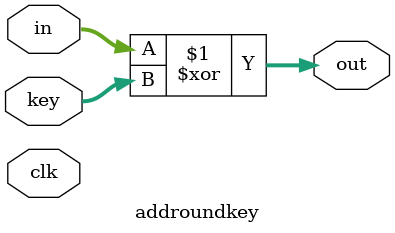
<source format=v>
`timescale 1ns / 1ps


module addroundkey(
    input [127:0] in,
    input [127:0] key,
    input clk,
    output [127:0] out
    );
    assign out= in ^ key;
    /*always @(posedge clk) begin
        out <= in ^ key;
    end*/
endmodule

</source>
